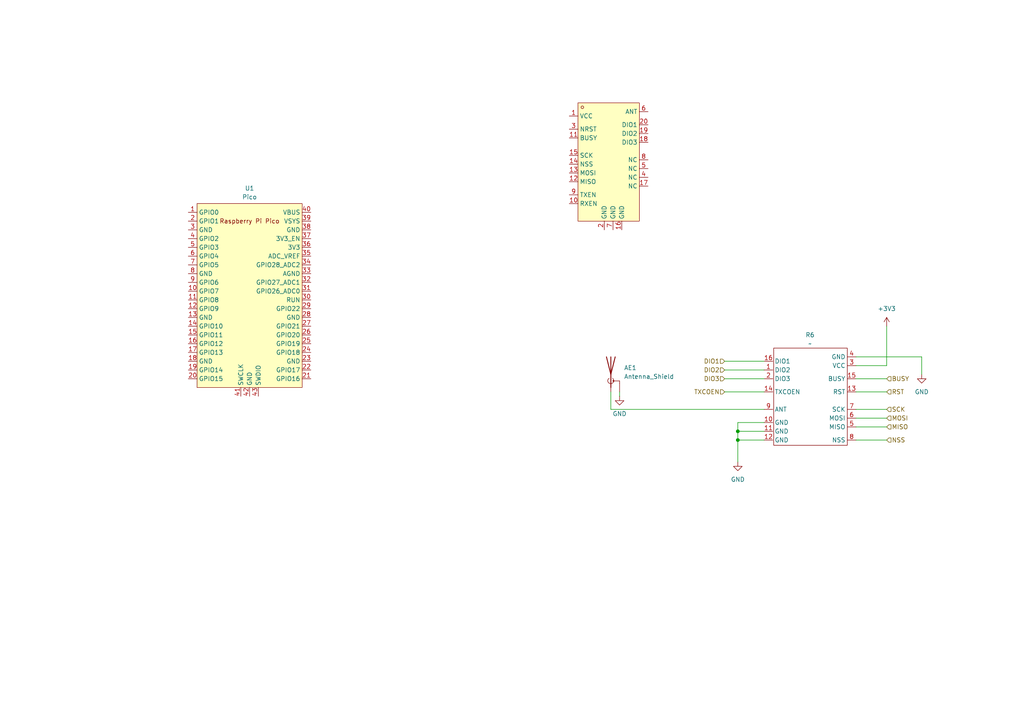
<source format=kicad_sch>
(kicad_sch (version 20250114) (generator "eeschema") (generator_version "9.0")
  (paper "A4")
  (lib_symbols
    (symbol ".kicad_sym:E22-400MM22S"
      (symbol "E22-400MM22S_0_1"
        (rectangle (start -8.89 22.86) (end 8.89 -11.43) (fill (type background)))
        (circle (center -7.62 21.59) (radius 0.38))
        (pin unspecified line (at -11.43 19.05 0) (length 2.54) (name "VCC") (number "1"))
        (pin unspecified line (at -11.43 15.24 0) (length 2.54) (name "NRST") (number "3"))
        (pin unspecified line (at -11.43 12.7 0) (length 2.54) (name "BUSY") (number "11"))
        (pin unspecified line (at -11.43 7.62 0) (length 2.54) (name "SCK") (number "15"))
        (pin unspecified line (at -11.43 5.08 0) (length 2.54) (name "NSS") (number "14"))
        (pin unspecified line (at -11.43 2.54 0) (length 2.54) (name "MOSI") (number "13"))
        (pin unspecified line (at -11.43 0 0) (length 2.54) (name "MISO") (number "12"))
        (pin unspecified line (at -11.43 -3.81 0) (length 2.54) (name "TXEN") (number "9"))
        (pin unspecified line (at -11.43 -6.35 0) (length 2.54) (name "RXEN") (number "10"))
        (pin unspecified line (at -1.27 -13.97 90) (length 2.54) (name "GND") (number "2"))
        (pin unspecified line (at 1.27 -13.97 90) (length 2.54) (name "GND") (number "7"))
        (pin unspecified line (at 3.81 -13.97 90) (length 2.54) (name "GND") (number "16"))
        (pin unspecified line (at 11.43 20.32 180) (length 2.54) (name "ANT") (number "6"))
        (pin unspecified line (at 11.43 16.51 180) (length 2.54) (name "DIO1") (number "20"))
        (pin unspecified line (at 11.43 13.97 180) (length 2.54) (name "DIO2") (number "19"))
        (pin unspecified line (at 11.43 11.43 180) (length 2.54) (name "DIO3") (number "18"))
        (pin unspecified line (at 11.43 6.35 180) (length 2.54) (name "NC") (number "8"))
        (pin unspecified line (at 11.43 3.81 180) (length 2.54) (name "NC") (number "5"))
        (pin unspecified line (at 11.43 1.27 180) (length 2.54) (name "NC") (number "4"))
        (pin unspecified line (at 11.43 -1.27 180) (length 2.54) (name "NC") (number "17"))
      )
    )
    (symbol "Device:Antenna_Shield" (pin_numbers (hide yes)) (pin_names (offset 1.016) (hide yes))
      (property "Reference" "AE" (at -1.905 4.445 0))
      (property "Value" "Antenna_Shield" (at -1.905 2.54 0))
      (symbol "Antenna_Shield_0_1"
        (arc (start 0 -2.667) (mid -0.8485 -2.1032) (end -0.508 -1.143))
        (polyline (pts (xy 0 5.08) (xy 0 -3.81)) (stroke (width 0.254)))
        (polyline (pts (xy 0 -2.54) (xy 0 0)))
        (arc (start 0.508 -1.143) (mid 0.8046 -2.0885) (end 0 -2.667))
        (polyline (pts (xy 0.762 -1.905) (xy 2.54 -1.905)))
        (circle (center 0.762 -1.905) (radius 0.1778) (fill (type outline)))
        (polyline (pts (xy 1.27 5.08) (xy 0 0) (xy -1.27 5.08)) (stroke (width 0.254)))
        (polyline (pts (xy 2.54 -2.54) (xy 2.54 -1.905)))
      )
      (symbol "Antenna_Shield_1_1"
        (pin input line (at 0 -5.08 90) (length 2.54) (name "A") (number "1"))
        (pin input line (at 2.54 -5.08 90) (length 2.54) (name "Shield") (number "2"))
      )
    )
    (symbol "Ebyte:E280-2G4T12S"
      (property "Reference" "R" (at 0 2.794 0))
      (symbol "E280-2G4T12S_1_1"
        (rectangle (start -11.176 0) (end 10.16 -28.194))
        (pin input line (at -13.97 -3.81 0) (length 2.54) (name "DIO1") (number "16"))
        (pin input line (at -13.97 -6.35 0) (length 2.54) (name "DIO2") (number "1"))
        (pin input line (at -13.97 -8.89 0) (length 2.54) (name "DIO3") (number "2"))
        (pin input line (at -13.97 -12.7 0) (length 2.54) (name "TXCOEN") (number "14"))
        (pin output line (at -13.97 -17.78 0) (length 2.54) (name "ANT") (number "9"))
        (pin power_in line (at -13.97 -21.59 0) (length 2.54) (name "GND") (number "10"))
        (pin power_in line (at -13.97 -24.13 0) (length 2.54) (name "GND") (number "11"))
        (pin power_in line (at -13.97 -26.67 0) (length 2.54) (name "GND") (number "12"))
        (pin power_in line (at 12.7 -2.54 180) (length 2.54) (name "GND") (number "4"))
        (pin power_in line (at 12.7 -5.08 180) (length 2.54) (name "VCC") (number "3"))
        (pin output line (at 12.7 -8.89 180) (length 2.54) (name "BUSY") (number "15"))
        (pin input line (at 12.7 -12.7 180) (length 2.54) (name "RST") (number "13"))
        (pin input line (at 12.7 -17.78 180) (length 2.54) (name "SCK") (number "7"))
        (pin input line (at 12.7 -20.32 180) (length 2.54) (name "MOSI") (number "6"))
        (pin output line (at 12.7 -22.86 180) (length 2.54) (name "MISO") (number "5"))
        (pin output line (at 12.7 -26.67 180) (length 2.54) (name "NSS") (number "8"))
      )
    )
    (symbol "MCU_RaspberryPi_and_Boards:Pico"
      (property "Reference" "U" (at -13.97 27.94 0))
      (property "Value" "Pico" (at 0 19.05 0))
      (symbol "Pico_0_0"
        (text "Raspberry Pi Pico" (at 0 21.59 0) (effects (font (size 1.27 1.27))))
      )
      (symbol "Pico_0_1"
        (rectangle (start -15.24 26.67) (end 15.24 -26.67) (fill (type background)))
      )
      (symbol "Pico_1_1"
        (pin bidirectional line (at -17.78 24.13 0) (length 2.54) (name "GPIO0") (number "1"))
        (pin bidirectional line (at -17.78 21.59 0) (length 2.54) (name "GPIO1") (number "2"))
        (pin power_in line (at -17.78 19.05 0) (length 2.54) (name "GND") (number "3"))
        (pin bidirectional line (at -17.78 16.51 0) (length 2.54) (name "GPIO2") (number "4"))
        (pin bidirectional line (at -17.78 13.97 0) (length 2.54) (name "GPIO3") (number "5"))
        (pin bidirectional line (at -17.78 11.43 0) (length 2.54) (name "GPIO4") (number "6"))
        (pin bidirectional line (at -17.78 8.89 0) (length 2.54) (name "GPIO5") (number "7"))
        (pin power_in line (at -17.78 6.35 0) (length 2.54) (name "GND") (number "8"))
        (pin bidirectional line (at -17.78 3.81 0) (length 2.54) (name "GPIO6") (number "9"))
        (pin bidirectional line (at -17.78 1.27 0) (length 2.54) (name "GPIO7") (number "10"))
        (pin bidirectional line (at -17.78 -1.27 0) (length 2.54) (name "GPIO8") (number "11"))
        (pin bidirectional line (at -17.78 -3.81 0) (length 2.54) (name "GPIO9") (number "12"))
        (pin power_in line (at -17.78 -6.35 0) (length 2.54) (name "GND") (number "13"))
        (pin bidirectional line (at -17.78 -8.89 0) (length 2.54) (name "GPIO10") (number "14"))
        (pin bidirectional line (at -17.78 -11.43 0) (length 2.54) (name "GPIO11") (number "15"))
        (pin bidirectional line (at -17.78 -13.97 0) (length 2.54) (name "GPIO12") (number "16"))
        (pin bidirectional line (at -17.78 -16.51 0) (length 2.54) (name "GPIO13") (number "17"))
        (pin power_in line (at -17.78 -19.05 0) (length 2.54) (name "GND") (number "18"))
        (pin bidirectional line (at -17.78 -21.59 0) (length 2.54) (name "GPIO14") (number "19"))
        (pin bidirectional line (at -17.78 -24.13 0) (length 2.54) (name "GPIO15") (number "20"))
        (pin input line (at -2.54 -29.21 90) (length 2.54) (name "SWCLK") (number "41"))
        (pin power_in line (at 0 -29.21 90) (length 2.54) (name "GND") (number "42"))
        (pin bidirectional line (at 2.54 -29.21 90) (length 2.54) (name "SWDIO") (number "43"))
        (pin power_in line (at 17.78 24.13 180) (length 2.54) (name "VBUS") (number "40"))
        (pin power_in line (at 17.78 21.59 180) (length 2.54) (name "VSYS") (number "39"))
        (pin bidirectional line (at 17.78 19.05 180) (length 2.54) (name "GND") (number "38"))
        (pin input line (at 17.78 16.51 180) (length 2.54) (name "3V3_EN") (number "37"))
        (pin power_in line (at 17.78 13.97 180) (length 2.54) (name "3V3") (number "36"))
        (pin power_in line (at 17.78 11.43 180) (length 2.54) (name "ADC_VREF") (number "35"))
        (pin bidirectional line (at 17.78 8.89 180) (length 2.54) (name "GPIO28_ADC2") (number "34"))
        (pin power_in line (at 17.78 6.35 180) (length 2.54) (name "AGND") (number "33"))
        (pin bidirectional line (at 17.78 3.81 180) (length 2.54) (name "GPIO27_ADC1") (number "32"))
        (pin bidirectional line (at 17.78 1.27 180) (length 2.54) (name "GPIO26_ADC0") (number "31"))
        (pin input line (at 17.78 -1.27 180) (length 2.54) (name "RUN") (number "30"))
        (pin bidirectional line (at 17.78 -3.81 180) (length 2.54) (name "GPIO22") (number "29"))
        (pin power_in line (at 17.78 -6.35 180) (length 2.54) (name "GND") (number "28"))
        (pin bidirectional line (at 17.78 -8.89 180) (length 2.54) (name "GPIO21") (number "27"))
        (pin bidirectional line (at 17.78 -11.43 180) (length 2.54) (name "GPIO20") (number "26"))
        (pin bidirectional line (at 17.78 -13.97 180) (length 2.54) (name "GPIO19") (number "25"))
        (pin bidirectional line (at 17.78 -16.51 180) (length 2.54) (name "GPIO18") (number "24"))
        (pin power_in line (at 17.78 -19.05 180) (length 2.54) (name "GND") (number "23"))
        (pin bidirectional line (at 17.78 -21.59 180) (length 2.54) (name "GPIO17") (number "22"))
        (pin bidirectional line (at 17.78 -24.13 180) (length 2.54) (name "GPIO16") (number "21"))
      )
    )
    (symbol "power:+3V3" (power) (pin_numbers (hide yes)) (pin_names (offset 0) (hide yes))
      (property "Value" "+3V3" (at 0 3.556 0))
      (symbol "+3V3_0_1"
        (polyline (pts (xy -0.762 1.27) (xy 0 2.54)))
        (polyline (pts (xy 0 2.54) (xy 0.762 1.27)))
        (polyline (pts (xy 0 0) (xy 0 2.54)))
      )
      (symbol "+3V3_1_1"
        (pin power_in line (at 0 0 90) (length 0) (name "~") (number "1"))
      )
    )
    (symbol "power:GND" (power) (pin_numbers (hide yes)) (pin_names (offset 0) (hide yes))
      (property "Value" "GND" (at 0 -3.81 0))
      (symbol "GND_0_1"
        (polyline (pts (xy 0 0) (xy 0 -1.27) (xy 1.27 -1.27) (xy 0 -2.54) (xy -1.27 -1.27) (xy 0 -1.27)))
      )
      (symbol "GND_1_1"
        (pin power_in line (at 0 0 270) (length 0) (name "~") (number "1"))
      )
    )
  )
  (junction (at 213.995 125.095))
  (junction (at 213.995 127.635))
  (wire (pts (xy 177.165 118.745) (xy 177.165 113.665)))
  (wire (pts (xy 213.995 127.635) (xy 221.615 127.635)))
  (wire (pts (xy 248.285 118.745) (xy 257.175 118.745)))
  (wire (pts (xy 210.185 107.315) (xy 221.615 107.315)))
  (wire (pts (xy 248.285 127.635) (xy 257.175 127.635)))
  (wire (pts (xy 179.705 113.665) (xy 179.705 114.935)))
  (wire (pts (xy 213.995 122.555) (xy 213.995 125.095)))
  (wire (pts (xy 210.185 113.665) (xy 221.615 113.665)))
  (wire (pts (xy 213.995 125.095) (xy 213.995 127.635)))
  (wire (pts (xy 248.285 123.825) (xy 257.175 123.825)))
  (wire (pts (xy 267.335 103.505) (xy 248.285 103.505)))
  (wire (pts (xy 221.615 125.095) (xy 213.995 125.095)))
  (wire (pts (xy 257.175 106.045) (xy 248.285 106.045)))
  (wire (pts (xy 177.165 118.745) (xy 221.615 118.745)))
  (wire (pts (xy 210.185 109.855) (xy 221.615 109.855)))
  (wire (pts (xy 267.335 108.585) (xy 267.335 103.505)))
  (wire (pts (xy 248.285 113.665) (xy 257.175 113.665)))
  (wire (pts (xy 257.175 94.615) (xy 257.175 106.045)))
  (wire (pts (xy 213.995 127.635) (xy 213.995 133.985)))
  (wire (pts (xy 248.285 121.285) (xy 257.175 121.285)))
  (wire (pts (xy 210.185 104.775) (xy 221.615 104.775)))
  (wire (pts (xy 213.995 122.555) (xy 221.615 122.555)))
  (wire (pts (xy 248.285 109.855) (xy 257.175 109.855)))
  (hierarchical_label "SCK" (shape input) (at 257.175 118.745 0))
  (hierarchical_label "NSS" (shape input) (at 257.175 127.635 0))
  (hierarchical_label "MISO" (shape input) (at 257.175 123.825 0))
  (hierarchical_label "MOSI" (shape input) (at 257.175 121.285 0))
  (hierarchical_label "BUSY" (shape input) (at 257.175 109.855 0))
  (hierarchical_label "DIO2" (shape input) (at 210.185 107.315 180))
  (hierarchical_label "RST" (shape input) (at 257.175 113.665 0))
  (hierarchical_label "TXCOEN" (shape input) (at 210.185 113.665 180))
  (hierarchical_label "DIO3" (shape input) (at 210.185 109.855 180))
  (hierarchical_label "DIO1" (shape input) (at 210.185 104.775 180))
  (symbol (lib_id "MCU_RaspberryPi_and_Boards:Pico") (at 72.39 85.725 0) (unit 1)
    (property "Reference" "U1" (at 72.39 54.61 0))
    (property "Value" "Pico" (at 72.39 57.15 0))
    (property "Footprint" "RPi_Pico:RPi_Pico_SMD_TH" (effects (hide yes)))
  )
  (symbol (lib_id "power:GND") (at 267.335 108.585 0) (unit 1)
    (property "Reference" "#PWR023" (effects (hide yes)))
    (property "Value" "GND" (at 267.335 113.665 0))
    (property "Description" "Power symbol creates a global label with name \"GND\" , ground" (effects (hide yes)))
  )
  (symbol (lib_id "power:GND") (at 179.705 114.935 0) (unit 1)
    (property "Reference" "#PWR026" (effects (hide yes)))
    (property "Value" "GND" (at 179.705 120.015 0))
    (property "Description" "Power symbol creates a global label with name \"GND\" , ground" (effects (hide yes)))
  )
  (symbol (lib_id "power:GND") (at 213.995 133.985 0) (unit 1)
    (property "Reference" "#PWR024" (effects (hide yes)))
    (property "Value" "GND" (at 213.995 139.065 0))
    (property "Description" "Power symbol creates a global label with name \"GND\" , ground" (effects (hide yes)))
  )
  (symbol (lib_id "Device:Antenna_Shield") (at 177.165 108.585 0) (unit 1)
    (property "Reference" "AE1" (at 180.975 106.6799 0) (effects (justify left)))
    (property "Value" "Antenna_Shield" (at 180.975 109.2199 0) (effects (justify left)))
    (property "Footprint" ".pretty:CONN-SMD_KH-SMA-KE8-G" (effects (hide yes)))
    (property "Description" "Antenna with extra pin for shielding" (effects (hide yes)))
    (property "LCSC Part" "C530661" (effects (hide yes)))
  )
  (symbol (lib_id "power:+3V3") (at 257.175 94.615 0) (unit 1)
    (property "Reference" "#PWR025" (effects (hide yes)))
    (property "Value" "+3V3" (at 257.175 89.535 0))
    (property "Description" "Power symbol creates a global label with name \"+3V3\"" (effects (hide yes)))
  )
  (symbol (lib_id ".kicad_sym:E22-400MM22S") (at 176.53 52.705 0) (unit 1)
    (property "Reference" "U2" (effects (hide yes)))
    (property "Value" "E22-400MM22S" (effects (hide yes)))
    (property "Footprint" ":WIRELM-SMD_E22-400MM22S" (effects (hide yes)))
    (property "LCSC Part" "C5333984" (effects (hide yes)))
  )
  (symbol (lib_id "Ebyte:E280-2G4T12S") (at 235.585 100.965 0) (unit 1)
    (property "Reference" "R6" (at 234.95 97.155 0))
    (property "Value" "~" (at 234.95 99.695 0))
    (property "Footprint" "easyeda2kicad2:WIRELM-SMD_16P-L16.0-W16.0-P2.00_LORA1280-TCXO" (effects (hide yes)))
  )
)
</source>
